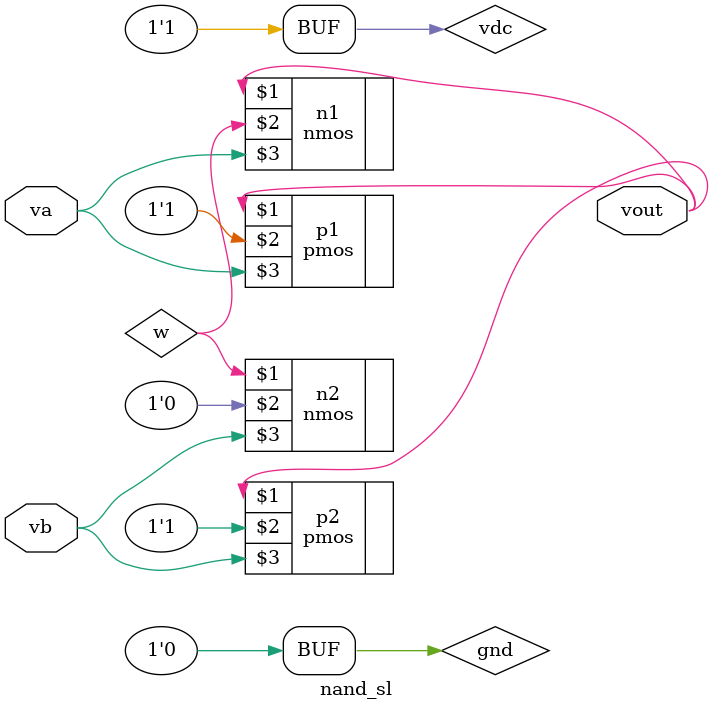
<source format=v>
`timescale 1ns / 1ps
module nand_sl(va,vb,vout);
	input va,vb;
	output vout;
	
	supply1 vdc;
	supply0 gnd;
	
	wire w;
	
	pmos p1(vout,vdc,va);
	pmos p2(vout,vdc,vb);
	nmos n1(vout,w,va);
	nmos n2(w,gnd,vb);
endmodule

</source>
